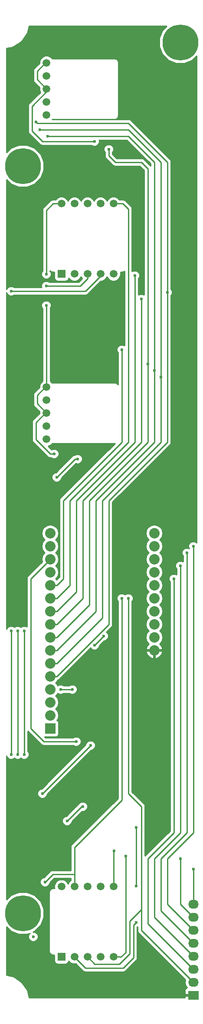
<source format=gbr>
G04 #@! TF.FileFunction,Copper,L2,Bot,Signal*
%FSLAX46Y46*%
G04 Gerber Fmt 4.6, Leading zero omitted, Abs format (unit mm)*
G04 Created by KiCad (PCBNEW 4.0.0-1rc2.201511291916+6190~38~ubuntu14.04.1-stable) date Mon 14 Mar 2016 12:07:37 PM PDT*
%MOMM*%
G01*
G04 APERTURE LIST*
%ADD10C,0.100000*%
%ADD11R,2.032000X1.727200*%
%ADD12O,2.032000X1.727200*%
%ADD13O,2.032000X2.032000*%
%ADD14R,2.032000X2.032000*%
%ADD15C,7.000000*%
%ADD16C,1.500000*%
%ADD17R,1.500000X1.500000*%
%ADD18C,0.600000*%
%ADD19C,0.250000*%
%ADD20C,0.254000*%
G04 APERTURE END LIST*
D10*
D11*
X120650000Y-196850000D03*
D12*
X120650000Y-194310000D03*
X120650000Y-191770000D03*
X120650000Y-189230000D03*
X120650000Y-186690000D03*
X120650000Y-184150000D03*
X120650000Y-181610000D03*
X120650000Y-179070000D03*
D13*
X113030000Y-129540000D03*
X113030000Y-127000000D03*
X113030000Y-124460000D03*
X113030000Y-121920000D03*
X113030000Y-119380000D03*
X113030000Y-116840000D03*
X113030000Y-114300000D03*
X113030000Y-111760000D03*
X113030000Y-109220000D03*
X113030000Y-106680000D03*
X92710000Y-106680000D03*
X92710000Y-109220000D03*
X92710000Y-111760000D03*
X92710000Y-114300000D03*
X92710000Y-116840000D03*
X92710000Y-119380000D03*
X92710000Y-121920000D03*
X92710000Y-124460000D03*
X92710000Y-127000000D03*
X92710000Y-129540000D03*
X92710000Y-132080000D03*
X92710000Y-134620000D03*
X92710000Y-137160000D03*
X92710000Y-139700000D03*
D14*
X92710000Y-144780000D03*
D13*
X92710000Y-142240000D03*
D15*
X87376000Y-180848000D03*
X118110000Y-10922000D03*
X87376000Y-35052000D03*
D16*
X92000000Y-14920000D03*
X92000000Y-17460000D03*
X92000000Y-20000000D03*
X92000000Y-22540000D03*
X92000000Y-25080000D03*
X94920000Y-175650000D03*
X97460000Y-175650000D03*
X100000000Y-175650000D03*
X102540000Y-175650000D03*
X105080000Y-175650000D03*
D17*
X94920000Y-189350000D03*
D16*
X97460000Y-189350000D03*
X105080000Y-189350000D03*
X102540000Y-189350000D03*
X100000000Y-189350000D03*
X92000000Y-78170000D03*
X92000000Y-80710000D03*
X92000000Y-83250000D03*
X92000000Y-85790000D03*
X92000000Y-88330000D03*
X94920000Y-42400000D03*
X97460000Y-42400000D03*
X100000000Y-42400000D03*
X102540000Y-42400000D03*
X105080000Y-42400000D03*
D17*
X94920000Y-56100000D03*
D16*
X97460000Y-56100000D03*
X105080000Y-56100000D03*
X102540000Y-56100000D03*
X100000000Y-56100000D03*
D18*
X85090000Y-59436000D03*
X101346000Y-30226000D03*
X91694000Y-174752000D03*
X106680000Y-119380000D03*
X91948000Y-58420000D03*
X91948000Y-62230000D03*
X93472000Y-91186000D03*
X107950000Y-119380000D03*
X116840000Y-115570000D03*
X118110000Y-113030000D03*
X119380000Y-110490000D03*
X120650000Y-109220000D03*
X118110000Y-170180000D03*
X100584000Y-148082000D03*
X91186000Y-157480000D03*
X89408000Y-185420000D03*
X120650000Y-172212000D03*
X98044000Y-92202000D03*
X93980000Y-95758000D03*
X94742000Y-137160000D03*
X97028000Y-137160000D03*
X103124000Y-126746000D03*
X101346000Y-128524000D03*
X97790000Y-147320000D03*
X85090000Y-149860000D03*
X85090000Y-125730000D03*
X91948000Y-56134000D03*
X106680000Y-70866000D03*
X105156000Y-168656000D03*
X86360000Y-125730000D03*
X86360000Y-149860000D03*
X107442000Y-169672000D03*
X109220000Y-56388000D03*
X87630000Y-149860000D03*
X87630000Y-125730000D03*
X96012000Y-162814000D03*
X99060000Y-160020000D03*
X110490000Y-60960000D03*
X111760000Y-73660000D03*
X104140000Y-31750000D03*
X113030000Y-74930000D03*
X92202000Y-29210000D03*
X114300000Y-76200000D03*
X90678000Y-27940000D03*
X109474000Y-164084000D03*
X109474000Y-175514000D03*
X109474000Y-182626000D03*
X115570000Y-59690000D03*
X89916000Y-26416000D03*
X102362000Y-91694000D03*
X108712000Y-98298000D03*
D19*
X102540000Y-56100000D02*
X102540000Y-56464000D01*
X102540000Y-56464000D02*
X99568000Y-59436000D01*
X99568000Y-59436000D02*
X85090000Y-59436000D01*
X92000000Y-20000000D02*
X92000000Y-20522000D01*
X92000000Y-20522000D02*
X89154000Y-23368000D01*
X91186000Y-30226000D02*
X101346000Y-30226000D01*
X89154000Y-28194000D02*
X91186000Y-30226000D01*
X89154000Y-23368000D02*
X89154000Y-28194000D01*
X92000000Y-14920000D02*
X91760000Y-14920000D01*
X91760000Y-14920000D02*
X90170000Y-16510000D01*
X90170000Y-16510000D02*
X90170000Y-18170000D01*
X90170000Y-18170000D02*
X92000000Y-20000000D01*
X97460000Y-42400000D02*
X97460000Y-42240000D01*
X106680000Y-131572000D02*
X106680000Y-158750000D01*
X106680000Y-158750000D02*
X103632000Y-161798000D01*
X97460000Y-173228000D02*
X93218000Y-173228000D01*
X91694000Y-174752000D02*
X93218000Y-173228000D01*
X97460000Y-175650000D02*
X97460000Y-173228000D01*
X97460000Y-173228000D02*
X97460000Y-167970000D01*
X97460000Y-167970000D02*
X99060000Y-166370000D01*
X99060000Y-166370000D02*
X103632000Y-161798000D01*
X106680000Y-131572000D02*
X106680000Y-125984000D01*
X106680000Y-125984000D02*
X106680000Y-119380000D01*
X92000000Y-78170000D02*
X92000000Y-62282000D01*
X100000000Y-56972000D02*
X100000000Y-56100000D01*
X98552000Y-58420000D02*
X100000000Y-56972000D01*
X91948000Y-58420000D02*
X98552000Y-58420000D01*
X92000000Y-62282000D02*
X91948000Y-62230000D01*
X92000000Y-83250000D02*
X91756000Y-83250000D01*
X91756000Y-83250000D02*
X89916000Y-85090000D01*
X92710000Y-91186000D02*
X93472000Y-91186000D01*
X89916000Y-88392000D02*
X92710000Y-91186000D01*
X89916000Y-85090000D02*
X89916000Y-88392000D01*
X92000000Y-78170000D02*
X91756000Y-78170000D01*
X91756000Y-78170000D02*
X90170000Y-79756000D01*
X90170000Y-79756000D02*
X90170000Y-81420000D01*
X90170000Y-81420000D02*
X92000000Y-83250000D01*
X110490000Y-180086000D02*
X110490000Y-184150000D01*
X110490000Y-184150000D02*
X120650000Y-194310000D01*
X101600000Y-190754000D02*
X101404000Y-190754000D01*
X107950000Y-157480000D02*
X110490000Y-160020000D01*
X110490000Y-160020000D02*
X110490000Y-180086000D01*
X110490000Y-180086000D02*
X108204000Y-182372000D01*
X108204000Y-182372000D02*
X108204000Y-188722000D01*
X108204000Y-188722000D02*
X106172000Y-190754000D01*
X106172000Y-190754000D02*
X101600000Y-190754000D01*
X107950000Y-119380000D02*
X107950000Y-157480000D01*
X101404000Y-190754000D02*
X100000000Y-189350000D01*
X111760000Y-170180000D02*
X111760000Y-182880000D01*
X116840000Y-165100000D02*
X116840000Y-116840000D01*
X111760000Y-170180000D02*
X116840000Y-165100000D01*
X116840000Y-116840000D02*
X116840000Y-115570000D01*
X111760000Y-182880000D02*
X120650000Y-191770000D01*
X113030000Y-177800000D02*
X113030000Y-181610000D01*
X113030000Y-176530000D02*
X113030000Y-177800000D01*
X118110000Y-165100000D02*
X118110000Y-113030000D01*
X113030000Y-170180000D02*
X118110000Y-165100000D01*
X113030000Y-176530000D02*
X113030000Y-170180000D01*
X113030000Y-181610000D02*
X120650000Y-189230000D01*
X114300000Y-176276000D02*
X114300000Y-180340000D01*
X114300000Y-180340000D02*
X120650000Y-186690000D01*
X114300000Y-176530000D02*
X114300000Y-176276000D01*
X114300000Y-176276000D02*
X114300000Y-170180000D01*
X114300000Y-170180000D02*
X119380000Y-165100000D01*
X119380000Y-165100000D02*
X119380000Y-110490000D01*
X115570000Y-176530000D02*
X115570000Y-179070000D01*
X120650000Y-165100000D02*
X120650000Y-110490000D01*
X115570000Y-170180000D02*
X120650000Y-165100000D01*
X115570000Y-176530000D02*
X115570000Y-170180000D01*
X120650000Y-110490000D02*
X120650000Y-109220000D01*
X115570000Y-179070000D02*
X120650000Y-184150000D01*
X118110000Y-170180000D02*
X118110000Y-179070000D01*
X118110000Y-179070000D02*
X120650000Y-181610000D01*
X100584000Y-148082000D02*
X91186000Y-157480000D01*
X120650000Y-179070000D02*
X120650000Y-172212000D01*
X97536000Y-92202000D02*
X98044000Y-92202000D01*
X93980000Y-95758000D02*
X97536000Y-92202000D01*
X94742000Y-137160000D02*
X97028000Y-137160000D01*
X101346000Y-128524000D02*
X103124000Y-126746000D01*
X88900000Y-115570000D02*
X92710000Y-111760000D01*
X88900000Y-144780000D02*
X88900000Y-115570000D01*
X91440000Y-147320000D02*
X88900000Y-144780000D01*
X97790000Y-147320000D02*
X91440000Y-147320000D01*
X85090000Y-125730000D02*
X85090000Y-149860000D01*
X94920000Y-42400000D02*
X93236000Y-42400000D01*
X91948000Y-43688000D02*
X91948000Y-56134000D01*
X93236000Y-42400000D02*
X91948000Y-43688000D01*
X106680000Y-70866000D02*
X106680000Y-85090000D01*
X92710000Y-116840000D02*
X93980000Y-116840000D01*
X106680000Y-88900000D02*
X106680000Y-85090000D01*
X95250000Y-100330000D02*
X106680000Y-88900000D01*
X95250000Y-115570000D02*
X95250000Y-100330000D01*
X93980000Y-116840000D02*
X95250000Y-115570000D01*
X105080000Y-173990000D02*
X105080000Y-168732000D01*
X105080000Y-168732000D02*
X105156000Y-168656000D01*
X105080000Y-175650000D02*
X105080000Y-173990000D01*
X105080000Y-173990000D02*
X105080000Y-174066000D01*
X105080000Y-42400000D02*
X106916000Y-42400000D01*
X107950000Y-43434000D02*
X107950000Y-59944000D01*
X106916000Y-42400000D02*
X107950000Y-43434000D01*
X86360000Y-125730000D02*
X86360000Y-149860000D01*
X107950000Y-59690000D02*
X107950000Y-59944000D01*
X107950000Y-59944000D02*
X107950000Y-85090000D01*
X92710000Y-119380000D02*
X93980000Y-119380000D01*
X107950000Y-88900000D02*
X107950000Y-85090000D01*
X96520000Y-100330000D02*
X107950000Y-88900000D01*
X96520000Y-116840000D02*
X96520000Y-100330000D01*
X93980000Y-119380000D02*
X96520000Y-116840000D01*
X107442000Y-169672000D02*
X107442000Y-174752000D01*
X106560000Y-189350000D02*
X107442000Y-188468000D01*
X107442000Y-188468000D02*
X107442000Y-174752000D01*
X106560000Y-189350000D02*
X105080000Y-189350000D01*
X87630000Y-125730000D02*
X87630000Y-149860000D01*
X109220000Y-85090000D02*
X109220000Y-56388000D01*
X93980000Y-121920000D02*
X97790000Y-118110000D01*
X97790000Y-118110000D02*
X97790000Y-100330000D01*
X97790000Y-100330000D02*
X109220000Y-88900000D01*
X109220000Y-88900000D02*
X109220000Y-85090000D01*
X92710000Y-121920000D02*
X93980000Y-121920000D01*
X96012000Y-162814000D02*
X98806000Y-160020000D01*
X98806000Y-160020000D02*
X99060000Y-160020000D01*
X110490000Y-60960000D02*
X110490000Y-85090000D01*
X92710000Y-124460000D02*
X93980000Y-124460000D01*
X110490000Y-88900000D02*
X110490000Y-85090000D01*
X99060000Y-100330000D02*
X110490000Y-88900000D01*
X99060000Y-119380000D02*
X99060000Y-100330000D01*
X93980000Y-124460000D02*
X99060000Y-119380000D01*
X111760000Y-76200000D02*
X111760000Y-73660000D01*
X111760000Y-73660000D02*
X111760000Y-35560000D01*
X111760000Y-35560000D02*
X110490000Y-34290000D01*
X104140000Y-33020000D02*
X104140000Y-31750000D01*
X105410000Y-34290000D02*
X104140000Y-33020000D01*
X110490000Y-34290000D02*
X105410000Y-34290000D01*
X111760000Y-76200000D02*
X111760000Y-85090000D01*
X111760000Y-88900000D02*
X111760000Y-85090000D01*
X93980000Y-127000000D02*
X100330000Y-120650000D01*
X100330000Y-120650000D02*
X100330000Y-100330000D01*
X100330000Y-100330000D02*
X111760000Y-88900000D01*
X92710000Y-127000000D02*
X93980000Y-127000000D01*
X93980000Y-129540000D02*
X92710000Y-129540000D01*
X101600000Y-121920000D02*
X93980000Y-129540000D01*
X101600000Y-100330000D02*
X101600000Y-121920000D01*
X113030000Y-88900000D02*
X101600000Y-100330000D01*
X92202000Y-29210000D02*
X107950000Y-29210000D01*
X113030000Y-34290000D02*
X113030000Y-74930000D01*
X113030000Y-74930000D02*
X113030000Y-88900000D01*
X107950000Y-29210000D02*
X113030000Y-34290000D01*
X114300000Y-85090000D02*
X114300000Y-76200000D01*
X114300000Y-76200000D02*
X114300000Y-73660000D01*
X114300000Y-73660000D02*
X114300000Y-34290000D01*
X114300000Y-88900000D02*
X114300000Y-85090000D01*
X114300000Y-34290000D02*
X107950000Y-27940000D01*
X90678000Y-27940000D02*
X91440000Y-27940000D01*
X93980000Y-132080000D02*
X102870000Y-123190000D01*
X102870000Y-123190000D02*
X102870000Y-100330000D01*
X102870000Y-100330000D02*
X114300000Y-88900000D01*
X92710000Y-132080000D02*
X93980000Y-132080000D01*
X107950000Y-27940000D02*
X91440000Y-27940000D01*
X108966000Y-189484000D02*
X108966000Y-183134000D01*
X106934000Y-191516000D02*
X108966000Y-189484000D01*
X99568000Y-191516000D02*
X106934000Y-191516000D01*
X97460000Y-189408000D02*
X99568000Y-191516000D01*
X109474000Y-175514000D02*
X109474000Y-164084000D01*
X108966000Y-183134000D02*
X109474000Y-182626000D01*
X97460000Y-189350000D02*
X97460000Y-189408000D01*
X89916000Y-26416000D02*
X90170000Y-26670000D01*
X90170000Y-26670000D02*
X91694000Y-26670000D01*
X115570000Y-85090000D02*
X115570000Y-59690000D01*
X115570000Y-59690000D02*
X115570000Y-40640000D01*
X115570000Y-40640000D02*
X115570000Y-34290000D01*
X93980000Y-134620000D02*
X104140000Y-124460000D01*
X104140000Y-124460000D02*
X104140000Y-100330000D01*
X104140000Y-100330000D02*
X105410000Y-99060000D01*
X105410000Y-99060000D02*
X115570000Y-88900000D01*
X115570000Y-88900000D02*
X115570000Y-85090000D01*
X92710000Y-134620000D02*
X93980000Y-134620000D01*
X107950000Y-26670000D02*
X91694000Y-26670000D01*
X91694000Y-26670000D02*
X91440000Y-26670000D01*
X115570000Y-34290000D02*
X107950000Y-26670000D01*
X113030000Y-129540000D02*
X111252000Y-129540000D01*
X109220000Y-98806000D02*
X108712000Y-98298000D01*
X109220000Y-127508000D02*
X109220000Y-98806000D01*
X111252000Y-129540000D02*
X109220000Y-127508000D01*
D20*
G36*
X114606562Y-8576653D02*
X113975720Y-10095889D01*
X113974284Y-11740894D01*
X114602474Y-13261229D01*
X115764653Y-14425438D01*
X117283889Y-15056280D01*
X118928894Y-15057716D01*
X120449229Y-14429526D01*
X121290000Y-13590221D01*
X121290000Y-108537673D01*
X121180327Y-108427808D01*
X120836799Y-108285162D01*
X120464833Y-108284838D01*
X120121057Y-108426883D01*
X119857808Y-108689673D01*
X119715162Y-109033201D01*
X119714838Y-109405167D01*
X119820310Y-109660430D01*
X119566799Y-109555162D01*
X119194833Y-109554838D01*
X118851057Y-109696883D01*
X118587808Y-109959673D01*
X118445162Y-110303201D01*
X118444838Y-110675167D01*
X118586883Y-111018943D01*
X118620000Y-111052118D01*
X118620000Y-112229367D01*
X118296799Y-112095162D01*
X117924833Y-112094838D01*
X117581057Y-112236883D01*
X117317808Y-112499673D01*
X117175162Y-112843201D01*
X117174838Y-113215167D01*
X117316883Y-113558943D01*
X117350000Y-113592118D01*
X117350000Y-114769367D01*
X117026799Y-114635162D01*
X116654833Y-114634838D01*
X116311057Y-114776883D01*
X116047808Y-115039673D01*
X115905162Y-115383201D01*
X115904838Y-115755167D01*
X116046883Y-116098943D01*
X116080000Y-116132118D01*
X116080000Y-164785198D01*
X111250000Y-169615198D01*
X111250000Y-160020000D01*
X111192148Y-159729161D01*
X111192148Y-159729160D01*
X111027401Y-159482599D01*
X108710000Y-157165198D01*
X108710000Y-129922944D01*
X111424025Y-129922944D01*
X111623615Y-130404818D01*
X112061621Y-130877188D01*
X112647054Y-131145983D01*
X112903000Y-131027367D01*
X112903000Y-129667000D01*
X113157000Y-129667000D01*
X113157000Y-131027367D01*
X113412946Y-131145983D01*
X113998379Y-130877188D01*
X114436385Y-130404818D01*
X114635975Y-129922944D01*
X114516836Y-129667000D01*
X113157000Y-129667000D01*
X112903000Y-129667000D01*
X111543164Y-129667000D01*
X111424025Y-129922944D01*
X108710000Y-129922944D01*
X108710000Y-119942463D01*
X108742192Y-119910327D01*
X108884838Y-119566799D01*
X108885162Y-119194833D01*
X108743117Y-118851057D01*
X108480327Y-118587808D01*
X108136799Y-118445162D01*
X107764833Y-118444838D01*
X107421057Y-118586883D01*
X107315046Y-118692710D01*
X107210327Y-118587808D01*
X106866799Y-118445162D01*
X106494833Y-118444838D01*
X106151057Y-118586883D01*
X105887808Y-118849673D01*
X105745162Y-119193201D01*
X105744838Y-119565167D01*
X105886883Y-119908943D01*
X105920000Y-119942118D01*
X105920000Y-158435198D01*
X96922599Y-167432599D01*
X96757852Y-167679161D01*
X96700000Y-167970000D01*
X96700000Y-172468000D01*
X93218000Y-172468000D01*
X92975414Y-172516254D01*
X92927160Y-172525852D01*
X92680599Y-172690599D01*
X91554320Y-173816878D01*
X91508833Y-173816838D01*
X91165057Y-173958883D01*
X90901808Y-174221673D01*
X90759162Y-174565201D01*
X90758838Y-174937167D01*
X90900883Y-175280943D01*
X91163673Y-175544192D01*
X91507201Y-175686838D01*
X91879167Y-175687162D01*
X92222943Y-175545117D01*
X92486192Y-175282327D01*
X92628838Y-174938799D01*
X92628879Y-174891923D01*
X93532802Y-173988000D01*
X96700000Y-173988000D01*
X96700000Y-174465453D01*
X96676485Y-174475169D01*
X96286539Y-174864436D01*
X96190024Y-175096870D01*
X96094831Y-174866485D01*
X95705564Y-174476539D01*
X95196702Y-174265241D01*
X94645715Y-174264760D01*
X94136485Y-174475169D01*
X93746539Y-174864436D01*
X93535241Y-175373298D01*
X93534760Y-175924285D01*
X93565136Y-175997800D01*
X93243400Y-175997800D01*
X92971695Y-176051846D01*
X92741354Y-176205754D01*
X92587446Y-176436095D01*
X92533400Y-176707800D01*
X92533400Y-188290200D01*
X92587446Y-188561905D01*
X92741354Y-188792246D01*
X92971695Y-188946154D01*
X93243400Y-189000200D01*
X93522560Y-189000200D01*
X93522560Y-190100000D01*
X93566838Y-190335317D01*
X93705910Y-190551441D01*
X93918110Y-190696431D01*
X94170000Y-190747440D01*
X95670000Y-190747440D01*
X95905317Y-190703162D01*
X96121441Y-190564090D01*
X96266431Y-190351890D01*
X96306355Y-190154738D01*
X96674436Y-190523461D01*
X97183298Y-190734759D01*
X97712419Y-190735221D01*
X99030599Y-192053401D01*
X99277160Y-192218148D01*
X99568000Y-192276000D01*
X106934000Y-192276000D01*
X107224839Y-192218148D01*
X107471401Y-192053401D01*
X109503401Y-190021401D01*
X109668148Y-189774839D01*
X109726000Y-189484000D01*
X109726000Y-183533547D01*
X109730000Y-183531894D01*
X109730000Y-184150000D01*
X109787852Y-184440839D01*
X109952599Y-184687401D01*
X119067619Y-193802421D01*
X118966655Y-194310000D01*
X119080729Y-194883489D01*
X119405585Y-195369670D01*
X119427780Y-195384500D01*
X119274302Y-195448073D01*
X119095673Y-195626701D01*
X118999000Y-195860090D01*
X118999000Y-196564250D01*
X119157750Y-196723000D01*
X120523000Y-196723000D01*
X120523000Y-196703000D01*
X120777000Y-196703000D01*
X120777000Y-196723000D01*
X120797000Y-196723000D01*
X120797000Y-196977000D01*
X120777000Y-196977000D01*
X120777000Y-196997000D01*
X120523000Y-196997000D01*
X120523000Y-196977000D01*
X119157750Y-196977000D01*
X118999000Y-197135750D01*
X118999000Y-197290000D01*
X88582682Y-197290000D01*
X88353816Y-196139411D01*
X88247801Y-195883470D01*
X87272325Y-194423564D01*
X87076436Y-194227676D01*
X87076435Y-194227675D01*
X85616530Y-193252198D01*
X85466603Y-193190097D01*
X85360589Y-193146184D01*
X84210000Y-192917318D01*
X84210000Y-183529352D01*
X85030653Y-184351438D01*
X86549889Y-184982280D01*
X88194894Y-184983716D01*
X88752332Y-184753387D01*
X88615808Y-184889673D01*
X88473162Y-185233201D01*
X88472838Y-185605167D01*
X88614883Y-185948943D01*
X88877673Y-186212192D01*
X89221201Y-186354838D01*
X89593167Y-186355162D01*
X89936943Y-186213117D01*
X90200192Y-185950327D01*
X90342838Y-185606799D01*
X90343162Y-185234833D01*
X90201117Y-184891057D01*
X89938327Y-184627808D01*
X89594799Y-184485162D01*
X89401893Y-184484994D01*
X89715229Y-184355526D01*
X90879438Y-183193347D01*
X91510280Y-181674111D01*
X91511716Y-180029106D01*
X90883526Y-178508771D01*
X89721347Y-177344562D01*
X88202111Y-176713720D01*
X86557106Y-176712284D01*
X85036771Y-177340474D01*
X84210000Y-178165803D01*
X84210000Y-162999167D01*
X95076838Y-162999167D01*
X95218883Y-163342943D01*
X95481673Y-163606192D01*
X95825201Y-163748838D01*
X96197167Y-163749162D01*
X96540943Y-163607117D01*
X96804192Y-163344327D01*
X96946838Y-163000799D01*
X96946879Y-162953923D01*
X98945901Y-160954901D01*
X99245167Y-160955162D01*
X99588943Y-160813117D01*
X99852192Y-160550327D01*
X99994838Y-160206799D01*
X99995162Y-159834833D01*
X99853117Y-159491057D01*
X99590327Y-159227808D01*
X99246799Y-159085162D01*
X98874833Y-159084838D01*
X98531057Y-159226883D01*
X98287638Y-159469878D01*
X98268599Y-159482599D01*
X95872320Y-161878878D01*
X95826833Y-161878838D01*
X95483057Y-162020883D01*
X95219808Y-162283673D01*
X95077162Y-162627201D01*
X95076838Y-162999167D01*
X84210000Y-162999167D01*
X84210000Y-157665167D01*
X90250838Y-157665167D01*
X90392883Y-158008943D01*
X90655673Y-158272192D01*
X90999201Y-158414838D01*
X91371167Y-158415162D01*
X91714943Y-158273117D01*
X91978192Y-158010327D01*
X92120838Y-157666799D01*
X92120879Y-157619923D01*
X100723680Y-149017122D01*
X100769167Y-149017162D01*
X101112943Y-148875117D01*
X101376192Y-148612327D01*
X101518838Y-148268799D01*
X101519162Y-147896833D01*
X101377117Y-147553057D01*
X101114327Y-147289808D01*
X100770799Y-147147162D01*
X100398833Y-147146838D01*
X100055057Y-147288883D01*
X99791808Y-147551673D01*
X99649162Y-147895201D01*
X99649121Y-147942077D01*
X91046320Y-156544878D01*
X91000833Y-156544838D01*
X90657057Y-156686883D01*
X90393808Y-156949673D01*
X90251162Y-157293201D01*
X90250838Y-157665167D01*
X84210000Y-157665167D01*
X84210000Y-150178670D01*
X84296883Y-150388943D01*
X84559673Y-150652192D01*
X84903201Y-150794838D01*
X85275167Y-150795162D01*
X85618943Y-150653117D01*
X85724954Y-150547290D01*
X85829673Y-150652192D01*
X86173201Y-150794838D01*
X86545167Y-150795162D01*
X86888943Y-150653117D01*
X86994954Y-150547290D01*
X87099673Y-150652192D01*
X87443201Y-150794838D01*
X87815167Y-150795162D01*
X88158943Y-150653117D01*
X88422192Y-150390327D01*
X88564838Y-150046799D01*
X88565162Y-149674833D01*
X88423117Y-149331057D01*
X88390000Y-149297882D01*
X88390000Y-145344802D01*
X90902599Y-147857401D01*
X91149160Y-148022148D01*
X91197414Y-148031746D01*
X91440000Y-148080000D01*
X97227537Y-148080000D01*
X97259673Y-148112192D01*
X97603201Y-148254838D01*
X97975167Y-148255162D01*
X98318943Y-148113117D01*
X98582192Y-147850327D01*
X98724838Y-147506799D01*
X98725162Y-147134833D01*
X98583117Y-146791057D01*
X98320327Y-146527808D01*
X97976799Y-146385162D01*
X97604833Y-146384838D01*
X97261057Y-146526883D01*
X97227882Y-146560000D01*
X91754802Y-146560000D01*
X91624084Y-146429282D01*
X91694000Y-146443440D01*
X93726000Y-146443440D01*
X93961317Y-146399162D01*
X94177441Y-146260090D01*
X94322431Y-146047890D01*
X94373440Y-145796000D01*
X94373440Y-143764000D01*
X94329162Y-143528683D01*
X94190090Y-143312559D01*
X94041163Y-143210802D01*
X94267670Y-142871810D01*
X94393345Y-142240000D01*
X94267670Y-141608190D01*
X93909778Y-141072567D01*
X93756276Y-140970000D01*
X93909778Y-140867433D01*
X94267670Y-140331810D01*
X94393345Y-139700000D01*
X94267670Y-139068190D01*
X93909778Y-138532567D01*
X93756276Y-138430000D01*
X93909778Y-138327433D01*
X94181022Y-137921488D01*
X94211673Y-137952192D01*
X94555201Y-138094838D01*
X94927167Y-138095162D01*
X95270943Y-137953117D01*
X95304118Y-137920000D01*
X96465537Y-137920000D01*
X96497673Y-137952192D01*
X96841201Y-138094838D01*
X97213167Y-138095162D01*
X97556943Y-137953117D01*
X97820192Y-137690327D01*
X97962838Y-137346799D01*
X97963162Y-136974833D01*
X97821117Y-136631057D01*
X97558327Y-136367808D01*
X97214799Y-136225162D01*
X96842833Y-136224838D01*
X96499057Y-136366883D01*
X96465882Y-136400000D01*
X95304463Y-136400000D01*
X95272327Y-136367808D01*
X94928799Y-136225162D01*
X94556833Y-136224838D01*
X94213057Y-136366883D01*
X94181162Y-136398722D01*
X93909778Y-135992567D01*
X93756276Y-135890000D01*
X93909778Y-135787433D01*
X94212982Y-135333657D01*
X94270839Y-135322148D01*
X94517401Y-135157401D01*
X100587341Y-129087461D01*
X100815673Y-129316192D01*
X101159201Y-129458838D01*
X101531167Y-129459162D01*
X101874943Y-129317117D01*
X102138192Y-129054327D01*
X102280838Y-128710799D01*
X102280879Y-128663923D01*
X103263680Y-127681122D01*
X103309167Y-127681162D01*
X103652943Y-127539117D01*
X103916192Y-127276327D01*
X104058838Y-126932799D01*
X104059162Y-126560833D01*
X103917117Y-126217057D01*
X103687631Y-125987171D01*
X104677401Y-124997401D01*
X104842148Y-124750839D01*
X104900000Y-124460000D01*
X104900000Y-106680000D01*
X111346655Y-106680000D01*
X111472330Y-107311810D01*
X111830222Y-107847433D01*
X111983724Y-107950000D01*
X111830222Y-108052567D01*
X111472330Y-108588190D01*
X111346655Y-109220000D01*
X111472330Y-109851810D01*
X111830222Y-110387433D01*
X111983724Y-110490000D01*
X111830222Y-110592567D01*
X111472330Y-111128190D01*
X111346655Y-111760000D01*
X111472330Y-112391810D01*
X111830222Y-112927433D01*
X111983724Y-113030000D01*
X111830222Y-113132567D01*
X111472330Y-113668190D01*
X111346655Y-114300000D01*
X111472330Y-114931810D01*
X111830222Y-115467433D01*
X111983724Y-115570000D01*
X111830222Y-115672567D01*
X111472330Y-116208190D01*
X111346655Y-116840000D01*
X111472330Y-117471810D01*
X111830222Y-118007433D01*
X111983724Y-118110000D01*
X111830222Y-118212567D01*
X111472330Y-118748190D01*
X111346655Y-119380000D01*
X111472330Y-120011810D01*
X111830222Y-120547433D01*
X111983724Y-120650000D01*
X111830222Y-120752567D01*
X111472330Y-121288190D01*
X111346655Y-121920000D01*
X111472330Y-122551810D01*
X111830222Y-123087433D01*
X111983724Y-123190000D01*
X111830222Y-123292567D01*
X111472330Y-123828190D01*
X111346655Y-124460000D01*
X111472330Y-125091810D01*
X111830222Y-125627433D01*
X111983724Y-125730000D01*
X111830222Y-125832567D01*
X111472330Y-126368190D01*
X111346655Y-127000000D01*
X111472330Y-127631810D01*
X111830222Y-128167433D01*
X111993354Y-128276435D01*
X111623615Y-128675182D01*
X111424025Y-129157056D01*
X111543164Y-129413000D01*
X112903000Y-129413000D01*
X112903000Y-129393000D01*
X113157000Y-129393000D01*
X113157000Y-129413000D01*
X114516836Y-129413000D01*
X114635975Y-129157056D01*
X114436385Y-128675182D01*
X114066646Y-128276435D01*
X114229778Y-128167433D01*
X114587670Y-127631810D01*
X114713345Y-127000000D01*
X114587670Y-126368190D01*
X114229778Y-125832567D01*
X114076276Y-125730000D01*
X114229778Y-125627433D01*
X114587670Y-125091810D01*
X114713345Y-124460000D01*
X114587670Y-123828190D01*
X114229778Y-123292567D01*
X114076276Y-123190000D01*
X114229778Y-123087433D01*
X114587670Y-122551810D01*
X114713345Y-121920000D01*
X114587670Y-121288190D01*
X114229778Y-120752567D01*
X114076276Y-120650000D01*
X114229778Y-120547433D01*
X114587670Y-120011810D01*
X114713345Y-119380000D01*
X114587670Y-118748190D01*
X114229778Y-118212567D01*
X114076276Y-118110000D01*
X114229778Y-118007433D01*
X114587670Y-117471810D01*
X114713345Y-116840000D01*
X114587670Y-116208190D01*
X114229778Y-115672567D01*
X114076276Y-115570000D01*
X114229778Y-115467433D01*
X114587670Y-114931810D01*
X114713345Y-114300000D01*
X114587670Y-113668190D01*
X114229778Y-113132567D01*
X114076276Y-113030000D01*
X114229778Y-112927433D01*
X114587670Y-112391810D01*
X114713345Y-111760000D01*
X114587670Y-111128190D01*
X114229778Y-110592567D01*
X114076276Y-110490000D01*
X114229778Y-110387433D01*
X114587670Y-109851810D01*
X114713345Y-109220000D01*
X114587670Y-108588190D01*
X114229778Y-108052567D01*
X114076276Y-107950000D01*
X114229778Y-107847433D01*
X114587670Y-107311810D01*
X114713345Y-106680000D01*
X114587670Y-106048190D01*
X114229778Y-105512567D01*
X113694155Y-105154675D01*
X113062345Y-105029000D01*
X112997655Y-105029000D01*
X112365845Y-105154675D01*
X111830222Y-105512567D01*
X111472330Y-106048190D01*
X111346655Y-106680000D01*
X104900000Y-106680000D01*
X104900000Y-100644802D01*
X116107401Y-89437401D01*
X116272148Y-89190839D01*
X116330000Y-88900000D01*
X116330000Y-60252463D01*
X116362192Y-60220327D01*
X116504838Y-59876799D01*
X116505162Y-59504833D01*
X116363117Y-59161057D01*
X116330000Y-59127882D01*
X116330000Y-34290000D01*
X116272148Y-33999161D01*
X116272148Y-33999160D01*
X116107401Y-33752599D01*
X108487401Y-26132599D01*
X108240839Y-25967852D01*
X107950000Y-25910000D01*
X93128947Y-25910000D01*
X93132153Y-25906800D01*
X105333800Y-25906800D01*
X105605505Y-25852754D01*
X105835846Y-25698846D01*
X105989754Y-25468505D01*
X106043800Y-25196800D01*
X106043800Y-14808200D01*
X105989754Y-14536495D01*
X105835846Y-14306154D01*
X105605505Y-14152246D01*
X105333800Y-14098200D01*
X93136613Y-14098200D01*
X92785564Y-13746539D01*
X92276702Y-13535241D01*
X91725715Y-13534760D01*
X91216485Y-13745169D01*
X90826539Y-14134436D01*
X90615241Y-14643298D01*
X90614938Y-14990260D01*
X89632599Y-15972599D01*
X89467852Y-16219161D01*
X89410000Y-16510000D01*
X89410000Y-18170000D01*
X89467852Y-18460839D01*
X89632599Y-18707401D01*
X90624998Y-19699800D01*
X90615241Y-19723298D01*
X90614760Y-20274285D01*
X90777954Y-20669244D01*
X88616599Y-22830599D01*
X88451852Y-23077161D01*
X88394000Y-23368000D01*
X88394000Y-28194000D01*
X88451852Y-28484839D01*
X88616599Y-28731401D01*
X90648599Y-30763401D01*
X90895161Y-30928148D01*
X91186000Y-30986000D01*
X100783537Y-30986000D01*
X100815673Y-31018192D01*
X101159201Y-31160838D01*
X101531167Y-31161162D01*
X101874943Y-31019117D01*
X102138192Y-30756327D01*
X102280838Y-30412799D01*
X102281162Y-30040833D01*
X102251894Y-29970000D01*
X107635198Y-29970000D01*
X112270000Y-34604802D01*
X112270000Y-34995198D01*
X111027401Y-33752599D01*
X110780839Y-33587852D01*
X110490000Y-33530000D01*
X105724802Y-33530000D01*
X104900000Y-32705198D01*
X104900000Y-32312463D01*
X104932192Y-32280327D01*
X105074838Y-31936799D01*
X105075162Y-31564833D01*
X104933117Y-31221057D01*
X104670327Y-30957808D01*
X104326799Y-30815162D01*
X103954833Y-30814838D01*
X103611057Y-30956883D01*
X103347808Y-31219673D01*
X103205162Y-31563201D01*
X103204838Y-31935167D01*
X103346883Y-32278943D01*
X103380000Y-32312118D01*
X103380000Y-33020000D01*
X103437852Y-33310839D01*
X103602599Y-33557401D01*
X104872599Y-34827401D01*
X105119160Y-34992148D01*
X105410000Y-35050000D01*
X110175198Y-35050000D01*
X111000000Y-35874802D01*
X111000000Y-60159367D01*
X110676799Y-60025162D01*
X110304833Y-60024838D01*
X109980000Y-60159056D01*
X109980000Y-56950463D01*
X110012192Y-56918327D01*
X110154838Y-56574799D01*
X110155162Y-56202833D01*
X110013117Y-55859057D01*
X109750327Y-55595808D01*
X109406799Y-55453162D01*
X109034833Y-55452838D01*
X108710000Y-55587056D01*
X108710000Y-43434000D01*
X108652148Y-43143161D01*
X108487401Y-42896599D01*
X107453401Y-41862599D01*
X107206839Y-41697852D01*
X106916000Y-41640000D01*
X106264547Y-41640000D01*
X106254831Y-41616485D01*
X105865564Y-41226539D01*
X105356702Y-41015241D01*
X104805715Y-41014760D01*
X104296485Y-41225169D01*
X103906539Y-41614436D01*
X103810024Y-41846870D01*
X103714831Y-41616485D01*
X103325564Y-41226539D01*
X102816702Y-41015241D01*
X102265715Y-41014760D01*
X101756485Y-41225169D01*
X101366539Y-41614436D01*
X101270024Y-41846870D01*
X101174831Y-41616485D01*
X100785564Y-41226539D01*
X100276702Y-41015241D01*
X99725715Y-41014760D01*
X99216485Y-41225169D01*
X98826539Y-41614436D01*
X98730024Y-41846870D01*
X98634831Y-41616485D01*
X98245564Y-41226539D01*
X97736702Y-41015241D01*
X97185715Y-41014760D01*
X96676485Y-41225169D01*
X96286539Y-41614436D01*
X96190024Y-41846870D01*
X96094831Y-41616485D01*
X95705564Y-41226539D01*
X95196702Y-41015241D01*
X94645715Y-41014760D01*
X94136485Y-41225169D01*
X93746539Y-41614436D01*
X93735924Y-41640000D01*
X93236000Y-41640000D01*
X92945161Y-41697852D01*
X92698599Y-41862599D01*
X91410599Y-43150599D01*
X91245852Y-43397161D01*
X91188000Y-43688000D01*
X91188000Y-55571537D01*
X91155808Y-55603673D01*
X91013162Y-55947201D01*
X91012838Y-56319167D01*
X91154883Y-56662943D01*
X91417673Y-56926192D01*
X91761201Y-57068838D01*
X92133167Y-57069162D01*
X92476943Y-56927117D01*
X92740192Y-56664327D01*
X92882838Y-56320799D01*
X92883162Y-55948833D01*
X92741117Y-55605057D01*
X92708000Y-55571882D01*
X92708000Y-55493928D01*
X92741354Y-55543846D01*
X92971695Y-55697754D01*
X93243400Y-55751800D01*
X93522560Y-55751800D01*
X93522560Y-56850000D01*
X93566838Y-57085317D01*
X93705910Y-57301441D01*
X93918110Y-57446431D01*
X94170000Y-57497440D01*
X95670000Y-57497440D01*
X95905317Y-57453162D01*
X96121441Y-57314090D01*
X96266431Y-57101890D01*
X96306355Y-56904738D01*
X96674436Y-57273461D01*
X97183298Y-57484759D01*
X97734285Y-57485240D01*
X98243515Y-57274831D01*
X98633461Y-56885564D01*
X98729976Y-56653130D01*
X98825169Y-56883515D01*
X98919344Y-56977854D01*
X98237198Y-57660000D01*
X92510463Y-57660000D01*
X92478327Y-57627808D01*
X92134799Y-57485162D01*
X91762833Y-57484838D01*
X91419057Y-57626883D01*
X91155808Y-57889673D01*
X91013162Y-58233201D01*
X91012838Y-58605167D01*
X91042106Y-58676000D01*
X85652463Y-58676000D01*
X85620327Y-58643808D01*
X85276799Y-58501162D01*
X84904833Y-58500838D01*
X84561057Y-58642883D01*
X84297808Y-58905673D01*
X84210000Y-59117137D01*
X84210000Y-37733352D01*
X85030653Y-38555438D01*
X86549889Y-39186280D01*
X88194894Y-39187716D01*
X89715229Y-38559526D01*
X90879438Y-37397347D01*
X91510280Y-35878111D01*
X91511716Y-34233106D01*
X90883526Y-32712771D01*
X89721347Y-31548562D01*
X88202111Y-30917720D01*
X86557106Y-30916284D01*
X85036771Y-31544474D01*
X84210000Y-32369803D01*
X84210000Y-12082682D01*
X85360589Y-11853816D01*
X85466603Y-11809903D01*
X85616530Y-11747802D01*
X87076435Y-10772325D01*
X87085757Y-10763003D01*
X87272325Y-10576436D01*
X88247801Y-9116530D01*
X88353816Y-8860589D01*
X88582682Y-7710000D01*
X115474729Y-7710000D01*
X114606562Y-8576653D01*
X114606562Y-8576653D01*
G37*
X114606562Y-8576653D02*
X113975720Y-10095889D01*
X113974284Y-11740894D01*
X114602474Y-13261229D01*
X115764653Y-14425438D01*
X117283889Y-15056280D01*
X118928894Y-15057716D01*
X120449229Y-14429526D01*
X121290000Y-13590221D01*
X121290000Y-108537673D01*
X121180327Y-108427808D01*
X120836799Y-108285162D01*
X120464833Y-108284838D01*
X120121057Y-108426883D01*
X119857808Y-108689673D01*
X119715162Y-109033201D01*
X119714838Y-109405167D01*
X119820310Y-109660430D01*
X119566799Y-109555162D01*
X119194833Y-109554838D01*
X118851057Y-109696883D01*
X118587808Y-109959673D01*
X118445162Y-110303201D01*
X118444838Y-110675167D01*
X118586883Y-111018943D01*
X118620000Y-111052118D01*
X118620000Y-112229367D01*
X118296799Y-112095162D01*
X117924833Y-112094838D01*
X117581057Y-112236883D01*
X117317808Y-112499673D01*
X117175162Y-112843201D01*
X117174838Y-113215167D01*
X117316883Y-113558943D01*
X117350000Y-113592118D01*
X117350000Y-114769367D01*
X117026799Y-114635162D01*
X116654833Y-114634838D01*
X116311057Y-114776883D01*
X116047808Y-115039673D01*
X115905162Y-115383201D01*
X115904838Y-115755167D01*
X116046883Y-116098943D01*
X116080000Y-116132118D01*
X116080000Y-164785198D01*
X111250000Y-169615198D01*
X111250000Y-160020000D01*
X111192148Y-159729161D01*
X111192148Y-159729160D01*
X111027401Y-159482599D01*
X108710000Y-157165198D01*
X108710000Y-129922944D01*
X111424025Y-129922944D01*
X111623615Y-130404818D01*
X112061621Y-130877188D01*
X112647054Y-131145983D01*
X112903000Y-131027367D01*
X112903000Y-129667000D01*
X113157000Y-129667000D01*
X113157000Y-131027367D01*
X113412946Y-131145983D01*
X113998379Y-130877188D01*
X114436385Y-130404818D01*
X114635975Y-129922944D01*
X114516836Y-129667000D01*
X113157000Y-129667000D01*
X112903000Y-129667000D01*
X111543164Y-129667000D01*
X111424025Y-129922944D01*
X108710000Y-129922944D01*
X108710000Y-119942463D01*
X108742192Y-119910327D01*
X108884838Y-119566799D01*
X108885162Y-119194833D01*
X108743117Y-118851057D01*
X108480327Y-118587808D01*
X108136799Y-118445162D01*
X107764833Y-118444838D01*
X107421057Y-118586883D01*
X107315046Y-118692710D01*
X107210327Y-118587808D01*
X106866799Y-118445162D01*
X106494833Y-118444838D01*
X106151057Y-118586883D01*
X105887808Y-118849673D01*
X105745162Y-119193201D01*
X105744838Y-119565167D01*
X105886883Y-119908943D01*
X105920000Y-119942118D01*
X105920000Y-158435198D01*
X96922599Y-167432599D01*
X96757852Y-167679161D01*
X96700000Y-167970000D01*
X96700000Y-172468000D01*
X93218000Y-172468000D01*
X92975414Y-172516254D01*
X92927160Y-172525852D01*
X92680599Y-172690599D01*
X91554320Y-173816878D01*
X91508833Y-173816838D01*
X91165057Y-173958883D01*
X90901808Y-174221673D01*
X90759162Y-174565201D01*
X90758838Y-174937167D01*
X90900883Y-175280943D01*
X91163673Y-175544192D01*
X91507201Y-175686838D01*
X91879167Y-175687162D01*
X92222943Y-175545117D01*
X92486192Y-175282327D01*
X92628838Y-174938799D01*
X92628879Y-174891923D01*
X93532802Y-173988000D01*
X96700000Y-173988000D01*
X96700000Y-174465453D01*
X96676485Y-174475169D01*
X96286539Y-174864436D01*
X96190024Y-175096870D01*
X96094831Y-174866485D01*
X95705564Y-174476539D01*
X95196702Y-174265241D01*
X94645715Y-174264760D01*
X94136485Y-174475169D01*
X93746539Y-174864436D01*
X93535241Y-175373298D01*
X93534760Y-175924285D01*
X93565136Y-175997800D01*
X93243400Y-175997800D01*
X92971695Y-176051846D01*
X92741354Y-176205754D01*
X92587446Y-176436095D01*
X92533400Y-176707800D01*
X92533400Y-188290200D01*
X92587446Y-188561905D01*
X92741354Y-188792246D01*
X92971695Y-188946154D01*
X93243400Y-189000200D01*
X93522560Y-189000200D01*
X93522560Y-190100000D01*
X93566838Y-190335317D01*
X93705910Y-190551441D01*
X93918110Y-190696431D01*
X94170000Y-190747440D01*
X95670000Y-190747440D01*
X95905317Y-190703162D01*
X96121441Y-190564090D01*
X96266431Y-190351890D01*
X96306355Y-190154738D01*
X96674436Y-190523461D01*
X97183298Y-190734759D01*
X97712419Y-190735221D01*
X99030599Y-192053401D01*
X99277160Y-192218148D01*
X99568000Y-192276000D01*
X106934000Y-192276000D01*
X107224839Y-192218148D01*
X107471401Y-192053401D01*
X109503401Y-190021401D01*
X109668148Y-189774839D01*
X109726000Y-189484000D01*
X109726000Y-183533547D01*
X109730000Y-183531894D01*
X109730000Y-184150000D01*
X109787852Y-184440839D01*
X109952599Y-184687401D01*
X119067619Y-193802421D01*
X118966655Y-194310000D01*
X119080729Y-194883489D01*
X119405585Y-195369670D01*
X119427780Y-195384500D01*
X119274302Y-195448073D01*
X119095673Y-195626701D01*
X118999000Y-195860090D01*
X118999000Y-196564250D01*
X119157750Y-196723000D01*
X120523000Y-196723000D01*
X120523000Y-196703000D01*
X120777000Y-196703000D01*
X120777000Y-196723000D01*
X120797000Y-196723000D01*
X120797000Y-196977000D01*
X120777000Y-196977000D01*
X120777000Y-196997000D01*
X120523000Y-196997000D01*
X120523000Y-196977000D01*
X119157750Y-196977000D01*
X118999000Y-197135750D01*
X118999000Y-197290000D01*
X88582682Y-197290000D01*
X88353816Y-196139411D01*
X88247801Y-195883470D01*
X87272325Y-194423564D01*
X87076436Y-194227676D01*
X87076435Y-194227675D01*
X85616530Y-193252198D01*
X85466603Y-193190097D01*
X85360589Y-193146184D01*
X84210000Y-192917318D01*
X84210000Y-183529352D01*
X85030653Y-184351438D01*
X86549889Y-184982280D01*
X88194894Y-184983716D01*
X88752332Y-184753387D01*
X88615808Y-184889673D01*
X88473162Y-185233201D01*
X88472838Y-185605167D01*
X88614883Y-185948943D01*
X88877673Y-186212192D01*
X89221201Y-186354838D01*
X89593167Y-186355162D01*
X89936943Y-186213117D01*
X90200192Y-185950327D01*
X90342838Y-185606799D01*
X90343162Y-185234833D01*
X90201117Y-184891057D01*
X89938327Y-184627808D01*
X89594799Y-184485162D01*
X89401893Y-184484994D01*
X89715229Y-184355526D01*
X90879438Y-183193347D01*
X91510280Y-181674111D01*
X91511716Y-180029106D01*
X90883526Y-178508771D01*
X89721347Y-177344562D01*
X88202111Y-176713720D01*
X86557106Y-176712284D01*
X85036771Y-177340474D01*
X84210000Y-178165803D01*
X84210000Y-162999167D01*
X95076838Y-162999167D01*
X95218883Y-163342943D01*
X95481673Y-163606192D01*
X95825201Y-163748838D01*
X96197167Y-163749162D01*
X96540943Y-163607117D01*
X96804192Y-163344327D01*
X96946838Y-163000799D01*
X96946879Y-162953923D01*
X98945901Y-160954901D01*
X99245167Y-160955162D01*
X99588943Y-160813117D01*
X99852192Y-160550327D01*
X99994838Y-160206799D01*
X99995162Y-159834833D01*
X99853117Y-159491057D01*
X99590327Y-159227808D01*
X99246799Y-159085162D01*
X98874833Y-159084838D01*
X98531057Y-159226883D01*
X98287638Y-159469878D01*
X98268599Y-159482599D01*
X95872320Y-161878878D01*
X95826833Y-161878838D01*
X95483057Y-162020883D01*
X95219808Y-162283673D01*
X95077162Y-162627201D01*
X95076838Y-162999167D01*
X84210000Y-162999167D01*
X84210000Y-157665167D01*
X90250838Y-157665167D01*
X90392883Y-158008943D01*
X90655673Y-158272192D01*
X90999201Y-158414838D01*
X91371167Y-158415162D01*
X91714943Y-158273117D01*
X91978192Y-158010327D01*
X92120838Y-157666799D01*
X92120879Y-157619923D01*
X100723680Y-149017122D01*
X100769167Y-149017162D01*
X101112943Y-148875117D01*
X101376192Y-148612327D01*
X101518838Y-148268799D01*
X101519162Y-147896833D01*
X101377117Y-147553057D01*
X101114327Y-147289808D01*
X100770799Y-147147162D01*
X100398833Y-147146838D01*
X100055057Y-147288883D01*
X99791808Y-147551673D01*
X99649162Y-147895201D01*
X99649121Y-147942077D01*
X91046320Y-156544878D01*
X91000833Y-156544838D01*
X90657057Y-156686883D01*
X90393808Y-156949673D01*
X90251162Y-157293201D01*
X90250838Y-157665167D01*
X84210000Y-157665167D01*
X84210000Y-150178670D01*
X84296883Y-150388943D01*
X84559673Y-150652192D01*
X84903201Y-150794838D01*
X85275167Y-150795162D01*
X85618943Y-150653117D01*
X85724954Y-150547290D01*
X85829673Y-150652192D01*
X86173201Y-150794838D01*
X86545167Y-150795162D01*
X86888943Y-150653117D01*
X86994954Y-150547290D01*
X87099673Y-150652192D01*
X87443201Y-150794838D01*
X87815167Y-150795162D01*
X88158943Y-150653117D01*
X88422192Y-150390327D01*
X88564838Y-150046799D01*
X88565162Y-149674833D01*
X88423117Y-149331057D01*
X88390000Y-149297882D01*
X88390000Y-145344802D01*
X90902599Y-147857401D01*
X91149160Y-148022148D01*
X91197414Y-148031746D01*
X91440000Y-148080000D01*
X97227537Y-148080000D01*
X97259673Y-148112192D01*
X97603201Y-148254838D01*
X97975167Y-148255162D01*
X98318943Y-148113117D01*
X98582192Y-147850327D01*
X98724838Y-147506799D01*
X98725162Y-147134833D01*
X98583117Y-146791057D01*
X98320327Y-146527808D01*
X97976799Y-146385162D01*
X97604833Y-146384838D01*
X97261057Y-146526883D01*
X97227882Y-146560000D01*
X91754802Y-146560000D01*
X91624084Y-146429282D01*
X91694000Y-146443440D01*
X93726000Y-146443440D01*
X93961317Y-146399162D01*
X94177441Y-146260090D01*
X94322431Y-146047890D01*
X94373440Y-145796000D01*
X94373440Y-143764000D01*
X94329162Y-143528683D01*
X94190090Y-143312559D01*
X94041163Y-143210802D01*
X94267670Y-142871810D01*
X94393345Y-142240000D01*
X94267670Y-141608190D01*
X93909778Y-141072567D01*
X93756276Y-140970000D01*
X93909778Y-140867433D01*
X94267670Y-140331810D01*
X94393345Y-139700000D01*
X94267670Y-139068190D01*
X93909778Y-138532567D01*
X93756276Y-138430000D01*
X93909778Y-138327433D01*
X94181022Y-137921488D01*
X94211673Y-137952192D01*
X94555201Y-138094838D01*
X94927167Y-138095162D01*
X95270943Y-137953117D01*
X95304118Y-137920000D01*
X96465537Y-137920000D01*
X96497673Y-137952192D01*
X96841201Y-138094838D01*
X97213167Y-138095162D01*
X97556943Y-137953117D01*
X97820192Y-137690327D01*
X97962838Y-137346799D01*
X97963162Y-136974833D01*
X97821117Y-136631057D01*
X97558327Y-136367808D01*
X97214799Y-136225162D01*
X96842833Y-136224838D01*
X96499057Y-136366883D01*
X96465882Y-136400000D01*
X95304463Y-136400000D01*
X95272327Y-136367808D01*
X94928799Y-136225162D01*
X94556833Y-136224838D01*
X94213057Y-136366883D01*
X94181162Y-136398722D01*
X93909778Y-135992567D01*
X93756276Y-135890000D01*
X93909778Y-135787433D01*
X94212982Y-135333657D01*
X94270839Y-135322148D01*
X94517401Y-135157401D01*
X100587341Y-129087461D01*
X100815673Y-129316192D01*
X101159201Y-129458838D01*
X101531167Y-129459162D01*
X101874943Y-129317117D01*
X102138192Y-129054327D01*
X102280838Y-128710799D01*
X102280879Y-128663923D01*
X103263680Y-127681122D01*
X103309167Y-127681162D01*
X103652943Y-127539117D01*
X103916192Y-127276327D01*
X104058838Y-126932799D01*
X104059162Y-126560833D01*
X103917117Y-126217057D01*
X103687631Y-125987171D01*
X104677401Y-124997401D01*
X104842148Y-124750839D01*
X104900000Y-124460000D01*
X104900000Y-106680000D01*
X111346655Y-106680000D01*
X111472330Y-107311810D01*
X111830222Y-107847433D01*
X111983724Y-107950000D01*
X111830222Y-108052567D01*
X111472330Y-108588190D01*
X111346655Y-109220000D01*
X111472330Y-109851810D01*
X111830222Y-110387433D01*
X111983724Y-110490000D01*
X111830222Y-110592567D01*
X111472330Y-111128190D01*
X111346655Y-111760000D01*
X111472330Y-112391810D01*
X111830222Y-112927433D01*
X111983724Y-113030000D01*
X111830222Y-113132567D01*
X111472330Y-113668190D01*
X111346655Y-114300000D01*
X111472330Y-114931810D01*
X111830222Y-115467433D01*
X111983724Y-115570000D01*
X111830222Y-115672567D01*
X111472330Y-116208190D01*
X111346655Y-116840000D01*
X111472330Y-117471810D01*
X111830222Y-118007433D01*
X111983724Y-118110000D01*
X111830222Y-118212567D01*
X111472330Y-118748190D01*
X111346655Y-119380000D01*
X111472330Y-120011810D01*
X111830222Y-120547433D01*
X111983724Y-120650000D01*
X111830222Y-120752567D01*
X111472330Y-121288190D01*
X111346655Y-121920000D01*
X111472330Y-122551810D01*
X111830222Y-123087433D01*
X111983724Y-123190000D01*
X111830222Y-123292567D01*
X111472330Y-123828190D01*
X111346655Y-124460000D01*
X111472330Y-125091810D01*
X111830222Y-125627433D01*
X111983724Y-125730000D01*
X111830222Y-125832567D01*
X111472330Y-126368190D01*
X111346655Y-127000000D01*
X111472330Y-127631810D01*
X111830222Y-128167433D01*
X111993354Y-128276435D01*
X111623615Y-128675182D01*
X111424025Y-129157056D01*
X111543164Y-129413000D01*
X112903000Y-129413000D01*
X112903000Y-129393000D01*
X113157000Y-129393000D01*
X113157000Y-129413000D01*
X114516836Y-129413000D01*
X114635975Y-129157056D01*
X114436385Y-128675182D01*
X114066646Y-128276435D01*
X114229778Y-128167433D01*
X114587670Y-127631810D01*
X114713345Y-127000000D01*
X114587670Y-126368190D01*
X114229778Y-125832567D01*
X114076276Y-125730000D01*
X114229778Y-125627433D01*
X114587670Y-125091810D01*
X114713345Y-124460000D01*
X114587670Y-123828190D01*
X114229778Y-123292567D01*
X114076276Y-123190000D01*
X114229778Y-123087433D01*
X114587670Y-122551810D01*
X114713345Y-121920000D01*
X114587670Y-121288190D01*
X114229778Y-120752567D01*
X114076276Y-120650000D01*
X114229778Y-120547433D01*
X114587670Y-120011810D01*
X114713345Y-119380000D01*
X114587670Y-118748190D01*
X114229778Y-118212567D01*
X114076276Y-118110000D01*
X114229778Y-118007433D01*
X114587670Y-117471810D01*
X114713345Y-116840000D01*
X114587670Y-116208190D01*
X114229778Y-115672567D01*
X114076276Y-115570000D01*
X114229778Y-115467433D01*
X114587670Y-114931810D01*
X114713345Y-114300000D01*
X114587670Y-113668190D01*
X114229778Y-113132567D01*
X114076276Y-113030000D01*
X114229778Y-112927433D01*
X114587670Y-112391810D01*
X114713345Y-111760000D01*
X114587670Y-111128190D01*
X114229778Y-110592567D01*
X114076276Y-110490000D01*
X114229778Y-110387433D01*
X114587670Y-109851810D01*
X114713345Y-109220000D01*
X114587670Y-108588190D01*
X114229778Y-108052567D01*
X114076276Y-107950000D01*
X114229778Y-107847433D01*
X114587670Y-107311810D01*
X114713345Y-106680000D01*
X114587670Y-106048190D01*
X114229778Y-105512567D01*
X113694155Y-105154675D01*
X113062345Y-105029000D01*
X112997655Y-105029000D01*
X112365845Y-105154675D01*
X111830222Y-105512567D01*
X111472330Y-106048190D01*
X111346655Y-106680000D01*
X104900000Y-106680000D01*
X104900000Y-100644802D01*
X116107401Y-89437401D01*
X116272148Y-89190839D01*
X116330000Y-88900000D01*
X116330000Y-60252463D01*
X116362192Y-60220327D01*
X116504838Y-59876799D01*
X116505162Y-59504833D01*
X116363117Y-59161057D01*
X116330000Y-59127882D01*
X116330000Y-34290000D01*
X116272148Y-33999161D01*
X116272148Y-33999160D01*
X116107401Y-33752599D01*
X108487401Y-26132599D01*
X108240839Y-25967852D01*
X107950000Y-25910000D01*
X93128947Y-25910000D01*
X93132153Y-25906800D01*
X105333800Y-25906800D01*
X105605505Y-25852754D01*
X105835846Y-25698846D01*
X105989754Y-25468505D01*
X106043800Y-25196800D01*
X106043800Y-14808200D01*
X105989754Y-14536495D01*
X105835846Y-14306154D01*
X105605505Y-14152246D01*
X105333800Y-14098200D01*
X93136613Y-14098200D01*
X92785564Y-13746539D01*
X92276702Y-13535241D01*
X91725715Y-13534760D01*
X91216485Y-13745169D01*
X90826539Y-14134436D01*
X90615241Y-14643298D01*
X90614938Y-14990260D01*
X89632599Y-15972599D01*
X89467852Y-16219161D01*
X89410000Y-16510000D01*
X89410000Y-18170000D01*
X89467852Y-18460839D01*
X89632599Y-18707401D01*
X90624998Y-19699800D01*
X90615241Y-19723298D01*
X90614760Y-20274285D01*
X90777954Y-20669244D01*
X88616599Y-22830599D01*
X88451852Y-23077161D01*
X88394000Y-23368000D01*
X88394000Y-28194000D01*
X88451852Y-28484839D01*
X88616599Y-28731401D01*
X90648599Y-30763401D01*
X90895161Y-30928148D01*
X91186000Y-30986000D01*
X100783537Y-30986000D01*
X100815673Y-31018192D01*
X101159201Y-31160838D01*
X101531167Y-31161162D01*
X101874943Y-31019117D01*
X102138192Y-30756327D01*
X102280838Y-30412799D01*
X102281162Y-30040833D01*
X102251894Y-29970000D01*
X107635198Y-29970000D01*
X112270000Y-34604802D01*
X112270000Y-34995198D01*
X111027401Y-33752599D01*
X110780839Y-33587852D01*
X110490000Y-33530000D01*
X105724802Y-33530000D01*
X104900000Y-32705198D01*
X104900000Y-32312463D01*
X104932192Y-32280327D01*
X105074838Y-31936799D01*
X105075162Y-31564833D01*
X104933117Y-31221057D01*
X104670327Y-30957808D01*
X104326799Y-30815162D01*
X103954833Y-30814838D01*
X103611057Y-30956883D01*
X103347808Y-31219673D01*
X103205162Y-31563201D01*
X103204838Y-31935167D01*
X103346883Y-32278943D01*
X103380000Y-32312118D01*
X103380000Y-33020000D01*
X103437852Y-33310839D01*
X103602599Y-33557401D01*
X104872599Y-34827401D01*
X105119160Y-34992148D01*
X105410000Y-35050000D01*
X110175198Y-35050000D01*
X111000000Y-35874802D01*
X111000000Y-60159367D01*
X110676799Y-60025162D01*
X110304833Y-60024838D01*
X109980000Y-60159056D01*
X109980000Y-56950463D01*
X110012192Y-56918327D01*
X110154838Y-56574799D01*
X110155162Y-56202833D01*
X110013117Y-55859057D01*
X109750327Y-55595808D01*
X109406799Y-55453162D01*
X109034833Y-55452838D01*
X108710000Y-55587056D01*
X108710000Y-43434000D01*
X108652148Y-43143161D01*
X108487401Y-42896599D01*
X107453401Y-41862599D01*
X107206839Y-41697852D01*
X106916000Y-41640000D01*
X106264547Y-41640000D01*
X106254831Y-41616485D01*
X105865564Y-41226539D01*
X105356702Y-41015241D01*
X104805715Y-41014760D01*
X104296485Y-41225169D01*
X103906539Y-41614436D01*
X103810024Y-41846870D01*
X103714831Y-41616485D01*
X103325564Y-41226539D01*
X102816702Y-41015241D01*
X102265715Y-41014760D01*
X101756485Y-41225169D01*
X101366539Y-41614436D01*
X101270024Y-41846870D01*
X101174831Y-41616485D01*
X100785564Y-41226539D01*
X100276702Y-41015241D01*
X99725715Y-41014760D01*
X99216485Y-41225169D01*
X98826539Y-41614436D01*
X98730024Y-41846870D01*
X98634831Y-41616485D01*
X98245564Y-41226539D01*
X97736702Y-41015241D01*
X97185715Y-41014760D01*
X96676485Y-41225169D01*
X96286539Y-41614436D01*
X96190024Y-41846870D01*
X96094831Y-41616485D01*
X95705564Y-41226539D01*
X95196702Y-41015241D01*
X94645715Y-41014760D01*
X94136485Y-41225169D01*
X93746539Y-41614436D01*
X93735924Y-41640000D01*
X93236000Y-41640000D01*
X92945161Y-41697852D01*
X92698599Y-41862599D01*
X91410599Y-43150599D01*
X91245852Y-43397161D01*
X91188000Y-43688000D01*
X91188000Y-55571537D01*
X91155808Y-55603673D01*
X91013162Y-55947201D01*
X91012838Y-56319167D01*
X91154883Y-56662943D01*
X91417673Y-56926192D01*
X91761201Y-57068838D01*
X92133167Y-57069162D01*
X92476943Y-56927117D01*
X92740192Y-56664327D01*
X92882838Y-56320799D01*
X92883162Y-55948833D01*
X92741117Y-55605057D01*
X92708000Y-55571882D01*
X92708000Y-55493928D01*
X92741354Y-55543846D01*
X92971695Y-55697754D01*
X93243400Y-55751800D01*
X93522560Y-55751800D01*
X93522560Y-56850000D01*
X93566838Y-57085317D01*
X93705910Y-57301441D01*
X93918110Y-57446431D01*
X94170000Y-57497440D01*
X95670000Y-57497440D01*
X95905317Y-57453162D01*
X96121441Y-57314090D01*
X96266431Y-57101890D01*
X96306355Y-56904738D01*
X96674436Y-57273461D01*
X97183298Y-57484759D01*
X97734285Y-57485240D01*
X98243515Y-57274831D01*
X98633461Y-56885564D01*
X98729976Y-56653130D01*
X98825169Y-56883515D01*
X98919344Y-56977854D01*
X98237198Y-57660000D01*
X92510463Y-57660000D01*
X92478327Y-57627808D01*
X92134799Y-57485162D01*
X91762833Y-57484838D01*
X91419057Y-57626883D01*
X91155808Y-57889673D01*
X91013162Y-58233201D01*
X91012838Y-58605167D01*
X91042106Y-58676000D01*
X85652463Y-58676000D01*
X85620327Y-58643808D01*
X85276799Y-58501162D01*
X84904833Y-58500838D01*
X84561057Y-58642883D01*
X84297808Y-58905673D01*
X84210000Y-59117137D01*
X84210000Y-37733352D01*
X85030653Y-38555438D01*
X86549889Y-39186280D01*
X88194894Y-39187716D01*
X89715229Y-38559526D01*
X90879438Y-37397347D01*
X91510280Y-35878111D01*
X91511716Y-34233106D01*
X90883526Y-32712771D01*
X89721347Y-31548562D01*
X88202111Y-30917720D01*
X86557106Y-30916284D01*
X85036771Y-31544474D01*
X84210000Y-32369803D01*
X84210000Y-12082682D01*
X85360589Y-11853816D01*
X85466603Y-11809903D01*
X85616530Y-11747802D01*
X87076435Y-10772325D01*
X87085757Y-10763003D01*
X87272325Y-10576436D01*
X88247801Y-9116530D01*
X88353816Y-8860589D01*
X88582682Y-7710000D01*
X115474729Y-7710000D01*
X114606562Y-8576653D01*
G36*
X107190000Y-70065367D02*
X106866799Y-69931162D01*
X106494833Y-69930838D01*
X106151057Y-70072883D01*
X105887808Y-70335673D01*
X105745162Y-70679201D01*
X105744838Y-71051167D01*
X105886883Y-71394943D01*
X105920000Y-71428118D01*
X105920000Y-77678100D01*
X105835846Y-77552154D01*
X105605505Y-77398246D01*
X105333800Y-77344200D01*
X93132620Y-77344200D01*
X92785564Y-76996539D01*
X92760000Y-76985924D01*
X92760000Y-62712624D01*
X92882838Y-62416799D01*
X92883162Y-62044833D01*
X92741117Y-61701057D01*
X92478327Y-61437808D01*
X92134799Y-61295162D01*
X91762833Y-61294838D01*
X91419057Y-61436883D01*
X91155808Y-61699673D01*
X91013162Y-62043201D01*
X91012838Y-62415167D01*
X91154883Y-62758943D01*
X91240000Y-62844209D01*
X91240000Y-76985453D01*
X91216485Y-76995169D01*
X90826539Y-77384436D01*
X90615241Y-77893298D01*
X90614942Y-78236256D01*
X89632599Y-79218599D01*
X89467852Y-79465161D01*
X89410000Y-79756000D01*
X89410000Y-81420000D01*
X89467852Y-81710839D01*
X89632599Y-81957401D01*
X90624998Y-82949800D01*
X90615241Y-82973298D01*
X90614942Y-83316256D01*
X89378599Y-84552599D01*
X89213852Y-84799161D01*
X89156000Y-85090000D01*
X89156000Y-88392000D01*
X89213852Y-88682839D01*
X89378599Y-88929401D01*
X92172599Y-91723401D01*
X92419161Y-91888148D01*
X92710000Y-91946000D01*
X92909537Y-91946000D01*
X92941673Y-91978192D01*
X93285201Y-92120838D01*
X93657167Y-92121162D01*
X94000943Y-91979117D01*
X94264192Y-91716327D01*
X94406838Y-91372799D01*
X94407162Y-91000833D01*
X94265117Y-90657057D01*
X94002327Y-90393808D01*
X93658799Y-90251162D01*
X93286833Y-90250838D01*
X92977467Y-90378665D01*
X92302418Y-89703616D01*
X92783515Y-89504831D01*
X93136160Y-89152800D01*
X105333800Y-89152800D01*
X105357016Y-89148182D01*
X94712599Y-99792599D01*
X94547852Y-100039161D01*
X94490000Y-100330000D01*
X94490000Y-115255198D01*
X93975008Y-115770190D01*
X93909778Y-115672567D01*
X93756276Y-115570000D01*
X93909778Y-115467433D01*
X94267670Y-114931810D01*
X94393345Y-114300000D01*
X94267670Y-113668190D01*
X93909778Y-113132567D01*
X93756276Y-113030000D01*
X93909778Y-112927433D01*
X94267670Y-112391810D01*
X94393345Y-111760000D01*
X94267670Y-111128190D01*
X93909778Y-110592567D01*
X93756276Y-110490000D01*
X93909778Y-110387433D01*
X94267670Y-109851810D01*
X94393345Y-109220000D01*
X94267670Y-108588190D01*
X93909778Y-108052567D01*
X93756276Y-107950000D01*
X93909778Y-107847433D01*
X94267670Y-107311810D01*
X94393345Y-106680000D01*
X94267670Y-106048190D01*
X93909778Y-105512567D01*
X93374155Y-105154675D01*
X92742345Y-105029000D01*
X92677655Y-105029000D01*
X92045845Y-105154675D01*
X91510222Y-105512567D01*
X91152330Y-106048190D01*
X91026655Y-106680000D01*
X91152330Y-107311810D01*
X91510222Y-107847433D01*
X91663724Y-107950000D01*
X91510222Y-108052567D01*
X91152330Y-108588190D01*
X91026655Y-109220000D01*
X91152330Y-109851810D01*
X91510222Y-110387433D01*
X91663724Y-110490000D01*
X91510222Y-110592567D01*
X91152330Y-111128190D01*
X91026655Y-111760000D01*
X91127619Y-112267579D01*
X88362599Y-115032599D01*
X88197852Y-115279161D01*
X88140000Y-115570000D01*
X88140000Y-124929367D01*
X87816799Y-124795162D01*
X87444833Y-124794838D01*
X87101057Y-124936883D01*
X86995046Y-125042710D01*
X86890327Y-124937808D01*
X86546799Y-124795162D01*
X86174833Y-124794838D01*
X85831057Y-124936883D01*
X85725046Y-125042710D01*
X85620327Y-124937808D01*
X85276799Y-124795162D01*
X84904833Y-124794838D01*
X84561057Y-124936883D01*
X84297808Y-125199673D01*
X84210000Y-125411137D01*
X84210000Y-95943167D01*
X93044838Y-95943167D01*
X93186883Y-96286943D01*
X93449673Y-96550192D01*
X93793201Y-96692838D01*
X94165167Y-96693162D01*
X94508943Y-96551117D01*
X94772192Y-96288327D01*
X94914838Y-95944799D01*
X94914879Y-95897923D01*
X97729140Y-93083662D01*
X97857201Y-93136838D01*
X98229167Y-93137162D01*
X98572943Y-92995117D01*
X98836192Y-92732327D01*
X98978838Y-92388799D01*
X98979162Y-92016833D01*
X98837117Y-91673057D01*
X98574327Y-91409808D01*
X98230799Y-91267162D01*
X97858833Y-91266838D01*
X97515057Y-91408883D01*
X97468415Y-91455444D01*
X97293414Y-91490254D01*
X97245160Y-91499852D01*
X96998599Y-91664599D01*
X93840320Y-94822878D01*
X93794833Y-94822838D01*
X93451057Y-94964883D01*
X93187808Y-95227673D01*
X93045162Y-95571201D01*
X93044838Y-95943167D01*
X84210000Y-95943167D01*
X84210000Y-59754670D01*
X84296883Y-59964943D01*
X84559673Y-60228192D01*
X84903201Y-60370838D01*
X85275167Y-60371162D01*
X85618943Y-60229117D01*
X85652118Y-60196000D01*
X99568000Y-60196000D01*
X99858839Y-60138148D01*
X100105401Y-59973401D01*
X102593755Y-57485047D01*
X102814285Y-57485240D01*
X103323515Y-57274831D01*
X103713461Y-56885564D01*
X103809976Y-56653130D01*
X103905169Y-56883515D01*
X104294436Y-57273461D01*
X104803298Y-57484759D01*
X105354285Y-57485240D01*
X105863515Y-57274831D01*
X106253461Y-56885564D01*
X106464759Y-56376702D01*
X106465240Y-55825715D01*
X106434699Y-55751800D01*
X106730800Y-55751800D01*
X107002505Y-55697754D01*
X107190000Y-55572475D01*
X107190000Y-70065367D01*
X107190000Y-70065367D01*
G37*
X107190000Y-70065367D02*
X106866799Y-69931162D01*
X106494833Y-69930838D01*
X106151057Y-70072883D01*
X105887808Y-70335673D01*
X105745162Y-70679201D01*
X105744838Y-71051167D01*
X105886883Y-71394943D01*
X105920000Y-71428118D01*
X105920000Y-77678100D01*
X105835846Y-77552154D01*
X105605505Y-77398246D01*
X105333800Y-77344200D01*
X93132620Y-77344200D01*
X92785564Y-76996539D01*
X92760000Y-76985924D01*
X92760000Y-62712624D01*
X92882838Y-62416799D01*
X92883162Y-62044833D01*
X92741117Y-61701057D01*
X92478327Y-61437808D01*
X92134799Y-61295162D01*
X91762833Y-61294838D01*
X91419057Y-61436883D01*
X91155808Y-61699673D01*
X91013162Y-62043201D01*
X91012838Y-62415167D01*
X91154883Y-62758943D01*
X91240000Y-62844209D01*
X91240000Y-76985453D01*
X91216485Y-76995169D01*
X90826539Y-77384436D01*
X90615241Y-77893298D01*
X90614942Y-78236256D01*
X89632599Y-79218599D01*
X89467852Y-79465161D01*
X89410000Y-79756000D01*
X89410000Y-81420000D01*
X89467852Y-81710839D01*
X89632599Y-81957401D01*
X90624998Y-82949800D01*
X90615241Y-82973298D01*
X90614942Y-83316256D01*
X89378599Y-84552599D01*
X89213852Y-84799161D01*
X89156000Y-85090000D01*
X89156000Y-88392000D01*
X89213852Y-88682839D01*
X89378599Y-88929401D01*
X92172599Y-91723401D01*
X92419161Y-91888148D01*
X92710000Y-91946000D01*
X92909537Y-91946000D01*
X92941673Y-91978192D01*
X93285201Y-92120838D01*
X93657167Y-92121162D01*
X94000943Y-91979117D01*
X94264192Y-91716327D01*
X94406838Y-91372799D01*
X94407162Y-91000833D01*
X94265117Y-90657057D01*
X94002327Y-90393808D01*
X93658799Y-90251162D01*
X93286833Y-90250838D01*
X92977467Y-90378665D01*
X92302418Y-89703616D01*
X92783515Y-89504831D01*
X93136160Y-89152800D01*
X105333800Y-89152800D01*
X105357016Y-89148182D01*
X94712599Y-99792599D01*
X94547852Y-100039161D01*
X94490000Y-100330000D01*
X94490000Y-115255198D01*
X93975008Y-115770190D01*
X93909778Y-115672567D01*
X93756276Y-115570000D01*
X93909778Y-115467433D01*
X94267670Y-114931810D01*
X94393345Y-114300000D01*
X94267670Y-113668190D01*
X93909778Y-113132567D01*
X93756276Y-113030000D01*
X93909778Y-112927433D01*
X94267670Y-112391810D01*
X94393345Y-111760000D01*
X94267670Y-111128190D01*
X93909778Y-110592567D01*
X93756276Y-110490000D01*
X93909778Y-110387433D01*
X94267670Y-109851810D01*
X94393345Y-109220000D01*
X94267670Y-108588190D01*
X93909778Y-108052567D01*
X93756276Y-107950000D01*
X93909778Y-107847433D01*
X94267670Y-107311810D01*
X94393345Y-106680000D01*
X94267670Y-106048190D01*
X93909778Y-105512567D01*
X93374155Y-105154675D01*
X92742345Y-105029000D01*
X92677655Y-105029000D01*
X92045845Y-105154675D01*
X91510222Y-105512567D01*
X91152330Y-106048190D01*
X91026655Y-106680000D01*
X91152330Y-107311810D01*
X91510222Y-107847433D01*
X91663724Y-107950000D01*
X91510222Y-108052567D01*
X91152330Y-108588190D01*
X91026655Y-109220000D01*
X91152330Y-109851810D01*
X91510222Y-110387433D01*
X91663724Y-110490000D01*
X91510222Y-110592567D01*
X91152330Y-111128190D01*
X91026655Y-111760000D01*
X91127619Y-112267579D01*
X88362599Y-115032599D01*
X88197852Y-115279161D01*
X88140000Y-115570000D01*
X88140000Y-124929367D01*
X87816799Y-124795162D01*
X87444833Y-124794838D01*
X87101057Y-124936883D01*
X86995046Y-125042710D01*
X86890327Y-124937808D01*
X86546799Y-124795162D01*
X86174833Y-124794838D01*
X85831057Y-124936883D01*
X85725046Y-125042710D01*
X85620327Y-124937808D01*
X85276799Y-124795162D01*
X84904833Y-124794838D01*
X84561057Y-124936883D01*
X84297808Y-125199673D01*
X84210000Y-125411137D01*
X84210000Y-95943167D01*
X93044838Y-95943167D01*
X93186883Y-96286943D01*
X93449673Y-96550192D01*
X93793201Y-96692838D01*
X94165167Y-96693162D01*
X94508943Y-96551117D01*
X94772192Y-96288327D01*
X94914838Y-95944799D01*
X94914879Y-95897923D01*
X97729140Y-93083662D01*
X97857201Y-93136838D01*
X98229167Y-93137162D01*
X98572943Y-92995117D01*
X98836192Y-92732327D01*
X98978838Y-92388799D01*
X98979162Y-92016833D01*
X98837117Y-91673057D01*
X98574327Y-91409808D01*
X98230799Y-91267162D01*
X97858833Y-91266838D01*
X97515057Y-91408883D01*
X97468415Y-91455444D01*
X97293414Y-91490254D01*
X97245160Y-91499852D01*
X96998599Y-91664599D01*
X93840320Y-94822878D01*
X93794833Y-94822838D01*
X93451057Y-94964883D01*
X93187808Y-95227673D01*
X93045162Y-95571201D01*
X93044838Y-95943167D01*
X84210000Y-95943167D01*
X84210000Y-59754670D01*
X84296883Y-59964943D01*
X84559673Y-60228192D01*
X84903201Y-60370838D01*
X85275167Y-60371162D01*
X85618943Y-60229117D01*
X85652118Y-60196000D01*
X99568000Y-60196000D01*
X99858839Y-60138148D01*
X100105401Y-59973401D01*
X102593755Y-57485047D01*
X102814285Y-57485240D01*
X103323515Y-57274831D01*
X103713461Y-56885564D01*
X103809976Y-56653130D01*
X103905169Y-56883515D01*
X104294436Y-57273461D01*
X104803298Y-57484759D01*
X105354285Y-57485240D01*
X105863515Y-57274831D01*
X106253461Y-56885564D01*
X106464759Y-56376702D01*
X106465240Y-55825715D01*
X106434699Y-55751800D01*
X106730800Y-55751800D01*
X107002505Y-55697754D01*
X107190000Y-55572475D01*
X107190000Y-70065367D01*
M02*

</source>
